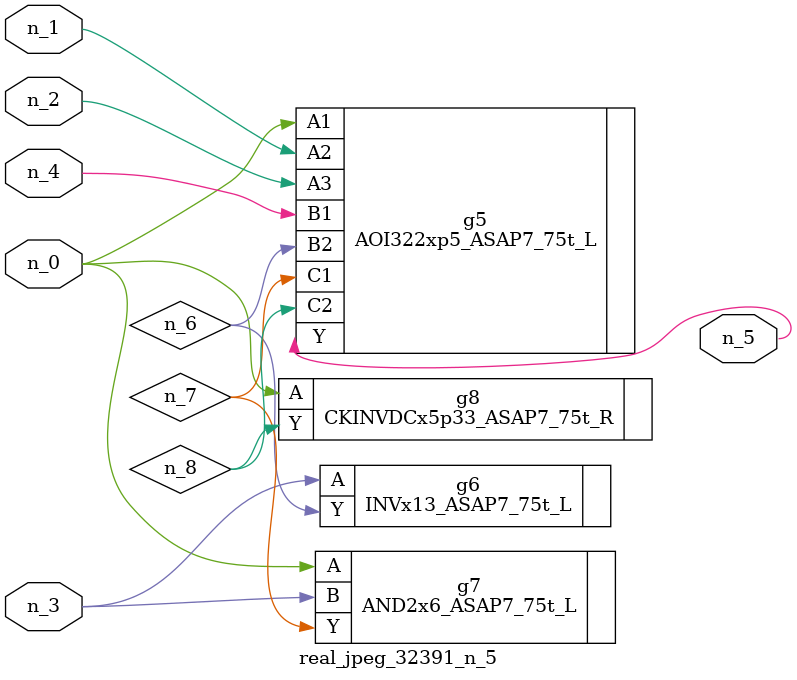
<source format=v>
module real_jpeg_32391_n_5 (n_4, n_0, n_1, n_2, n_3, n_5);

input n_4;
input n_0;
input n_1;
input n_2;
input n_3;

output n_5;

wire n_8;
wire n_6;
wire n_7;

AOI322xp5_ASAP7_75t_L g5 ( 
.A1(n_0),
.A2(n_1),
.A3(n_2),
.B1(n_4),
.B2(n_6),
.C1(n_7),
.C2(n_8),
.Y(n_5)
);

AND2x6_ASAP7_75t_L g7 ( 
.A(n_0),
.B(n_3),
.Y(n_7)
);

CKINVDCx5p33_ASAP7_75t_R g8 ( 
.A(n_0),
.Y(n_8)
);

INVx13_ASAP7_75t_L g6 ( 
.A(n_3),
.Y(n_6)
);


endmodule
</source>
